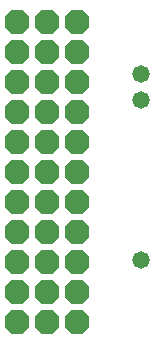
<source format=gts>
G04 Layer_Color=8388736*
%FSLAX43Y43*%
%MOMM*%
G71*
G01*
G75*
%ADD18P,2.254X8X292.5*%
%ADD19C,1.473*%
D18*
X44323Y58039D02*
D03*
X46863D02*
D03*
X49403D02*
D03*
X44323Y55499D02*
D03*
X46863D02*
D03*
X49403D02*
D03*
X44323Y52959D02*
D03*
X46863D02*
D03*
X49403D02*
D03*
X44323Y50419D02*
D03*
X46863D02*
D03*
X49403D02*
D03*
X44323Y47879D02*
D03*
X46863D02*
D03*
X49403D02*
D03*
X44323Y45339D02*
D03*
X46863D02*
D03*
X49403D02*
D03*
X44323Y42799D02*
D03*
X46863D02*
D03*
X49403D02*
D03*
X44323Y40259D02*
D03*
X46863D02*
D03*
X49403D02*
D03*
X44323Y37719D02*
D03*
X46863D02*
D03*
X49403D02*
D03*
X44323Y35179D02*
D03*
X46863D02*
D03*
X49403D02*
D03*
Y32639D02*
D03*
X46863D02*
D03*
X44323D02*
D03*
D19*
X54864Y51435D02*
D03*
Y37846D02*
D03*
Y53594D02*
D03*
M02*

</source>
